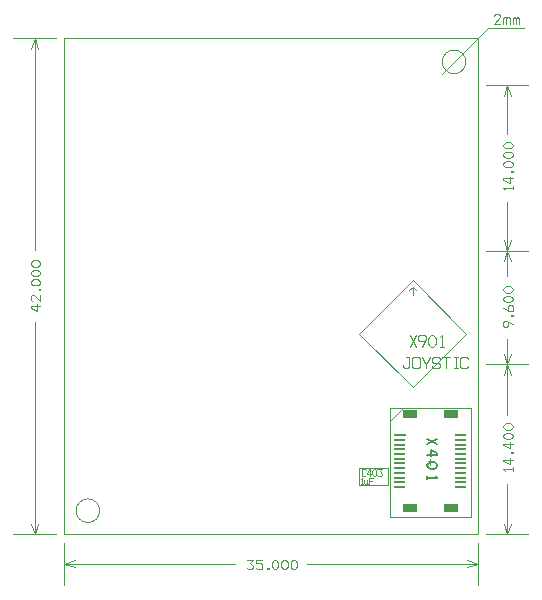
<source format=gbr>
*
G04 Mass Parameters ***
*
G04 Image ***
*
%INSGPSUI_AST.GBR*%
%ICAS*%
%MOIN*%
%IPPOS*%
%ASAXBY*%
G74*%FSLAN2X34Y34*%
*
G04 Aperture Definitions ***
*
%ADD10C,0.0787*%
%ADD11R,0.0320X0.0380*%
%ADD12R,0.0452X0.0295*%
%ADD13O,0.0400X0.0079*%
%ADD14R,0.0400X0.0079*%
%ADD15C,0.0295*%
%ADD16C,0.0413*%
%ADD17C,0.0020*%
%ADD18C,0.0236*%
%ADD19C,0.0079*%
%ADD20C,0.0236*%
%ADD21C,0.0063*%
%ADD22C,0.0236*%
%ADD23C,0.0098*%
%ADD24C,0.0708*%
%ADD25R,0.0380X0.0320*%
%ADD26R,0.0320X0.0380*%
%ADD27R,0.0500X0.0500*%
%ADD28R,0.0709X0.0433*%
%ADD29R,0.0433X0.0709*%
%ADD30O,0.0250X0.0860*%
%ADD31R,0.0250X0.0860*%
%ADD32R,0.0457X0.1299*%
%ADD33R,0.0400X0.0340*%
%ADD34R,0.0500X0.0340*%
%ADD35R,0.0708X0.0800*%
%ADD36O,0.0700X0.0110*%
%ADD37R,0.0700X0.0110*%
%ADD38O,0.0110X0.0700*%
%ADD39R,0.0110X0.0700*%
%ADD40R,0.0420X0.0250*%
%ADD41O,0.0940X0.0250*%
%ADD42R,0.0940X0.0250*%
%ADD43R,0.0748X0.0551*%
%ADD44R,0.0551X0.0708*%
%ADD45R,0.0551X0.0630*%
%ADD46R,0.0394X0.0394*%
%ADD47R,0.0590X0.0315*%
%ADD48R,0.0512X0.0118*%
%ADD49R,0.1024X0.0787*%
%ADD50C,0.0295*%
%ADD51C,0.0413*%
%ADD52R,0.0276X0.1063*%
%ADD53C,0.0236*%
%ADD54C,0.0748*%
%ADD55R,0.0452X0.0295*%
%ADD56O,0.0400X0.0079*%
%ADD57R,0.0400X0.0079*%
%ADD58R,0.0512X0.0098*%
%ADD59R,0.1043X0.0807*%
%ADD60R,0.0450X0.0300*%
%ADD61C,0.0039*%
%ADD62C,0.0010*%
%ADD63C,0.0016*%
%ADD64C,0.0004*%
%ADD65C,0.0008*%
%ADD66C,0.0080*%
*
G04 Plot Data ***
*
G54D17*
G01X0012651Y0006250D02*
X0012520D01*
X0012586D02*
Y0006644D01*
X0012520Y0006579D01*
X0012218Y0006250D02*
X0012153Y0006316D01*
X0012120Y0006382D01*
Y0006513D01*
X0012153Y0006579D01*
X0012218Y0006644D01*
X0012284D01*
X0012350Y0006579D01*
X0012382Y0006513D01*
Y0006382D01*
X0012350Y0006316D01*
X0012284Y0006250D01*
X0012218D01*
X0012015Y0006447D02*
X0011818D01*
X0011785Y0006513D01*
Y0006579D01*
X0011818Y0006644D01*
X0012015D01*
X0012048Y0006579D01*
Y0006513D01*
X0011917Y0006250D01*
X0011713D02*
X0011516Y0006644D01*
X0011713D02*
X0011516Y0006250D01*
X0013449Y0005595D02*
X0013416Y0005529D01*
X0013219D01*
X0013186Y0005595D01*
Y0005857D01*
X0013219Y0005923D01*
X0013416D01*
X0013449Y0005857D01*
X0013114Y0005529D02*
X0012983D01*
X0013048D02*
Y0005923D01*
X0013114D02*
X0012983D01*
X0012714Y0005529D02*
Y0005923D01*
X0012845D02*
X0012583D01*
X0012511Y0005857D02*
X0012478Y0005923D01*
X0012281D01*
X0012248Y0005857D01*
Y0005792D01*
X0012281Y0005726D01*
X0012478D01*
X0012511Y0005660D01*
Y0005595D01*
X0012478Y0005529D01*
X0012281D01*
X0012248Y0005595D01*
X0012045Y0005529D02*
Y0005726D01*
X0012176Y0005923D02*
X0012078Y0005726D01*
X0012012D01*
X0011914Y0005923D01*
X0011612Y0005529D02*
X0011579Y0005595D01*
Y0005857D01*
X0011612Y0005923D01*
X0011809D01*
X0011841Y0005857D01*
Y0005595D01*
X0011809Y0005529D01*
X0011612D01*
X0011277Y0005660D02*
Y0005595D01*
X0011310Y0005529D01*
X0011441D01*
X0011474Y0005595D01*
Y0005923D01*
X0011507D02*
X0011376D01*
X0011614Y0007973D02*
Y0008252D01*
X0011503Y0008140D01*
X0011614Y0008252D02*
X0011726Y0008140D01*
G54D61*
G01X0014948Y0012940D02*
X0014895Y0012887D01*
X0014843Y0012861D01*
X0014738D01*
X0014685Y0012887D01*
X0014633Y0012940D01*
Y0012992D01*
X0014685Y0013045D01*
X0014738Y0013071D01*
X0014843D01*
X0014895Y0013045D01*
X0014948Y0012992D01*
Y0012940D01*
Y0012625D02*
X0014895Y0012572D01*
X0014843Y0012546D01*
X0014738D01*
X0014685Y0012572D01*
X0014633Y0012625D01*
Y0012677D01*
X0014685Y0012730D01*
X0014738Y0012756D01*
X0014843D01*
X0014895Y0012730D01*
X0014948Y0012677D01*
Y0012625D01*
Y0012310D02*
X0014895Y0012257D01*
X0014843Y0012231D01*
X0014738D01*
X0014685Y0012257D01*
X0014633Y0012310D01*
Y0012362D01*
X0014685Y0012415D01*
X0014738Y0012441D01*
X0014843D01*
X0014895Y0012415D01*
X0014948Y0012362D01*
Y0012310D01*
Y0012073D02*
Y0012126D01*
X0014895D01*
Y0012073D01*
X0014948D01*
X0014843Y0011916D02*
Y0011706D01*
X0014633Y0011811D01*
Y0011864D01*
X0014948D01*
Y0011601D02*
Y0011496D01*
Y0011549D02*
X0014633D01*
X0014685Y0011496D01*
X0014948Y0008136D02*
X0014895Y0008084D01*
X0014843Y0008058D01*
X0014738D01*
X0014685Y0008084D01*
X0014633Y0008136D01*
Y0008189D01*
X0014685Y0008241D01*
X0014738Y0008268D01*
X0014843D01*
X0014895Y0008241D01*
X0014948Y0008189D01*
Y0008136D01*
Y0007822D02*
X0014895Y0007769D01*
X0014843Y0007743D01*
X0014738D01*
X0014685Y0007769D01*
X0014633Y0007822D01*
Y0007874D01*
X0014685Y0007927D01*
X0014738Y0007953D01*
X0014843D01*
X0014895Y0007927D01*
X0014948Y0007874D01*
Y0007822D01*
X0014790Y0007454D02*
Y0007612D01*
X0014843Y0007638D01*
X0014895D01*
X0014948Y0007612D01*
Y0007454D01*
X0014895Y0007428D01*
X0014843D01*
X0014633Y0007533D01*
X0014948Y0007270D02*
Y0007323D01*
X0014895D01*
Y0007270D01*
X0014948D01*
X0014790Y0007087D02*
Y0006929D01*
X0014738Y0006903D01*
X0014685D01*
X0014633Y0006929D01*
Y0007087D01*
X0014685Y0007113D01*
X0014738D01*
X0014948Y0007008D01*
Y0003570D02*
X0014895Y0003517D01*
X0014843Y0003491D01*
X0014738D01*
X0014685Y0003517D01*
X0014633Y0003570D01*
Y0003622D01*
X0014685Y0003675D01*
X0014738Y0003701D01*
X0014843D01*
X0014895Y0003675D01*
X0014948Y0003622D01*
Y0003570D01*
Y0003255D02*
X0014895Y0003202D01*
X0014843Y0003176D01*
X0014738D01*
X0014685Y0003202D01*
X0014633Y0003255D01*
Y0003307D01*
X0014685Y0003360D01*
X0014738Y0003386D01*
X0014843D01*
X0014895Y0003360D01*
X0014948Y0003307D01*
Y0003255D01*
X0014843Y0003071D02*
Y0002861D01*
X0014633Y0002966D01*
Y0003018D01*
X0014948D01*
Y0002703D02*
Y0002756D01*
X0014895D01*
Y0002703D01*
X0014948D01*
X0014843Y0002546D02*
Y0002336D01*
X0014633Y0002441D01*
Y0002493D01*
X0014948D01*
Y0002231D02*
Y0002126D01*
Y0002178D02*
X0014633D01*
X0014685Y0002126D01*
X0007625Y-0001168D02*
X0007572Y-0001115D01*
X0007546Y-0001063D01*
Y-0000958D01*
X0007572Y-0000906D01*
X0007625Y-0000853D01*
X0007677D01*
X0007730Y-0000906D01*
X0007756Y-0000958D01*
Y-0001063D01*
X0007730Y-0001115D01*
X0007677Y-0001168D01*
X0007625D01*
X0007310D02*
X0007257Y-0001115D01*
X0007231Y-0001063D01*
Y-0000958D01*
X0007257Y-0000906D01*
X0007310Y-0000853D01*
X0007362D01*
X0007415Y-0000906D01*
X0007441Y-0000958D01*
Y-0001063D01*
X0007415Y-0001115D01*
X0007362Y-0001168D01*
X0007310D01*
X0006995D02*
X0006942Y-0001115D01*
X0006916Y-0001063D01*
Y-0000958D01*
X0006942Y-0000906D01*
X0006995Y-0000853D01*
X0007047D01*
X0007100Y-0000906D01*
X0007126Y-0000958D01*
Y-0001063D01*
X0007100Y-0001115D01*
X0007047Y-0001168D01*
X0006995D01*
X0006759D02*
X0006811D01*
Y-0001115D01*
X0006759D01*
Y-0001168D01*
X0006391Y-0001115D02*
X0006417Y-0001168D01*
X0006575D01*
X0006601Y-0001115D01*
Y-0001010D01*
X0006549Y-0000958D01*
X0006391D01*
Y-0000853D01*
X0006601D01*
X0006076Y-0001115D02*
X0006129Y-0001168D01*
X0006234D01*
X0006286Y-0001115D01*
Y-0001063D01*
X0006181Y-0000958D01*
X0006286Y-0000853D01*
X0006076D01*
X-0000801Y0009003D02*
X-0000853Y0008950D01*
X-0000906Y0008924D01*
X-0001010D01*
X-0001063Y0008950D01*
X-0001115Y0009003D01*
Y0009055D01*
X-0001063Y0009108D01*
X-0001010Y0009134D01*
X-0000906D01*
X-0000853Y0009108D01*
X-0000801Y0009055D01*
Y0009003D01*
Y0008688D02*
X-0000853Y0008635D01*
X-0000906Y0008609D01*
X-0001010D01*
X-0001063Y0008635D01*
X-0001115Y0008688D01*
Y0008740D01*
X-0001063Y0008793D01*
X-0001010Y0008819D01*
X-0000906D01*
X-0000853Y0008793D01*
X-0000801Y0008740D01*
Y0008688D01*
Y0008373D02*
X-0000853Y0008320D01*
X-0000906Y0008294D01*
X-0001010D01*
X-0001063Y0008320D01*
X-0001115Y0008373D01*
Y0008425D01*
X-0001063Y0008478D01*
X-0001010Y0008504D01*
X-0000906D01*
X-0000853Y0008478D01*
X-0000801Y0008425D01*
Y0008373D01*
Y0008136D02*
Y0008189D01*
X-0000853D01*
Y0008136D01*
X-0000801D01*
Y0007979D02*
Y0007769D01*
X-0001010Y0007979D01*
X-0001063D01*
X-0001115Y0007953D01*
Y0007795D01*
X-0001063Y0007769D01*
X-0000906Y0007664D02*
Y0007454D01*
X-0001115Y0007559D01*
Y0007612D01*
X-0000801D01*
X0015052Y0017021D02*
Y0017178D01*
X0015157Y0017021D02*
Y0017178D01*
X0015131Y0017231D01*
X0015079D01*
X0015052Y0017178D01*
X0015026Y0017231D01*
X0014974D01*
X0014948Y0017178D01*
Y0017021D01*
X0014738D02*
Y0017178D01*
X0014843Y0017021D02*
Y0017178D01*
X0014816Y0017231D01*
X0014764D01*
X0014738Y0017178D01*
X0014711Y0017231D01*
X0014659D01*
X0014633Y0017178D01*
Y0017021D01*
X0014528D02*
X0014318D01*
X0014528Y0017231D01*
Y0017283D01*
X0014501Y0017336D01*
X0014344D01*
X0014318Y0017283D01*
X0015472Y0009449D02*
X0014055D01*
X0014764Y0008596D02*
Y0009449D01*
X0014646Y0009094D02*
X0014764Y0009449D01*
X0014882Y0009094D01*
X0015472Y0005669D02*
X0014055D01*
X0014764Y0006522D02*
Y0005669D01*
X0015472D02*
X0014055D01*
X0014764Y0003976D02*
Y0005669D01*
X0014646Y0005315D02*
X0014764Y0005669D01*
X0014882Y0005315D01*
X0015472Y0000000D02*
X0014055D01*
X0014764Y0001693D02*
Y0000000D01*
X0014882Y0000354D02*
X0014764Y0000000D01*
X0014646Y0000354D01*
X0014882Y0009803D02*
X0014764Y0009449D01*
X0014646Y0009803D01*
X0015472Y0014961D02*
X0014055D01*
X0014764Y0013346D02*
Y0014961D01*
X0014646Y0014606D02*
X0014764Y0014961D01*
X0014882Y0014606D01*
X0015472Y0009449D02*
X0014055D01*
X0014764Y0011063D02*
Y0009449D01*
X0013780Y-0001693D02*
Y-0000276D01*
X0008084Y-0000984D02*
X0013780D01*
X0013425Y-0000866D02*
X0013780Y-0000984D01*
X0013425Y-0001102D01*
X0000000Y-0001693D02*
Y-0000276D01*
X0005696Y-0000984D02*
X0000000D01*
X0000354Y-0001102D02*
X0000000Y-0000984D01*
X0000354Y-0000866D01*
X-0000276Y0016535D02*
X-0001693D01*
X-0000984Y0009462D02*
Y0016535D01*
X-0001102Y0016181D02*
X-0000984Y0016535D01*
X-0000866Y0016181D01*
X-0000276Y0000000D02*
X-0001693D01*
X-0000984Y0007073D02*
Y0000000D01*
X-0000866Y0000354D02*
X-0000984Y0000000D01*
X-0001102Y0000354D01*
X0014882Y0006024D02*
X0014764Y0005669D01*
X0014646Y0006024D01*
G54D62*
G01X0000000Y0000000D02*
Y0016535D01*
X0013780D01*
Y0000000D01*
X0000000D01*
X0011614Y0004911D02*
X0013396Y0006693D01*
X0011614Y0008475D01*
X0009832Y0006693D01*
X0011614Y0004911D01*
X0012205Y0002323D02*
Y0002520D01*
X0012126Y0002441D02*
X0012283D01*
G01X0000787Y0000392D02*
G03X0001182Y0000787I0000000J0000395D01*
G01X0000392D02*
G03X0000787Y0000392I0000395J0000000D01*
Y0001183D02*
G03X0000391Y0000787I0000000J0000396D01*
G01X0001183D02*
G03X0000787Y0001183I0000396J0000000D01*
G01X0012992Y0015352D02*
G03X0013388Y0015748I0000000J0000396D01*
G01X0012596D02*
G03X0012992Y0015352I0000396J0000000D01*
Y0016144D02*
G03X0012596Y0015748I0000000J0000396D01*
G01X0013388D02*
G03X0012992Y0016144I0000396J0000000D01*
G54D63*
G01X0010866Y0004213D02*
Y0000591D01*
X0013543D01*
Y0004213D01*
X0010866D01*
Y0003779D02*
X0011299Y0004213D01*
G54D64*
G01X0000000Y0000000D02*
Y0016535D01*
X0013780D01*
Y0000000D01*
X0000000D01*
X0012598Y0015354D02*
X0014134Y0016890D01*
X0015315D01*
G54D65*
G01X0010244Y0001783D02*
X0010152D01*
Y0001691D02*
Y0001875D01*
X0010274D01*
X0010105Y0001814D02*
Y0001691D01*
X0010121D02*
X0010014D01*
X0009998Y0001722D01*
Y0001814D01*
X0009967Y0001691D02*
X0009906D01*
X0009937D02*
Y0001875D01*
X0009906Y0001845D01*
X0010438Y0001990D02*
X0010473Y0001955D01*
X0010543D01*
X0010578Y0001990D01*
Y0002025D01*
X0010508Y0002095D01*
X0010578Y0002165D01*
X0010438D01*
X0010317Y0001955D02*
X0010282Y0001990D01*
X0010264Y0002025D01*
Y0002095D01*
X0010282Y0002130D01*
X0010317Y0002165D01*
X0010352D01*
X0010387Y0002130D01*
X0010404Y0002095D01*
Y0002025D01*
X0010387Y0001990D01*
X0010352Y0001955D01*
X0010317D01*
X0010231Y0002025D02*
X0010091D01*
X0010161Y0002165D01*
X0010196D01*
Y0001955D01*
X0010058Y0001990D02*
X0010040Y0001955D01*
X0009935D01*
X0009918Y0001990D01*
Y0002130D01*
X0009935Y0002165D01*
X0010040D01*
X0010058Y0002130D01*
X0009823Y0001654D02*
X0010787D01*
Y0002205D01*
X0009823D01*
Y0001654D01*
G54D66*
G01X0012103Y0001833D02*
Y0001945D01*
Y0001889D02*
X0012436D01*
X0012380Y0001945D01*
X0012103Y0002327D02*
X0012158Y0002382D01*
X0012214Y0002410D01*
X0012325D01*
X0012380Y0002382D01*
X0012436Y0002327D01*
Y0002271D01*
X0012380Y0002216D01*
X0012325Y0002188D01*
X0012214D01*
X0012158Y0002216D01*
X0012103Y0002271D01*
Y0002327D01*
X0012214Y0002598D02*
Y0002820D01*
X0012436Y0002709D01*
Y0002653D01*
X0012103D01*
Y0003008D02*
X0012436Y0003175D01*
Y0003008D02*
X0012103Y0003175D01*
G54D56*
X0011181Y0003150D03*
Y0002992D03*
Y0002835D03*
Y0002677D03*
Y0002520D03*
Y0002362D03*
Y0002205D03*
Y0002047D03*
Y0001890D03*
Y0001732D03*
Y0001575D03*
X0013226D03*
Y0001732D03*
Y0001890D03*
Y0002047D03*
Y0002205D03*
Y0002362D03*
Y0002520D03*
Y0002677D03*
Y0002835D03*
Y0002992D03*
Y0003150D03*
Y0003307D03*
G54D57*
X0011181D03*
G54D60*
X0011515Y0003995D03*
X0012892D03*
Y0000869D03*
X0011515D03*
M02*

</source>
